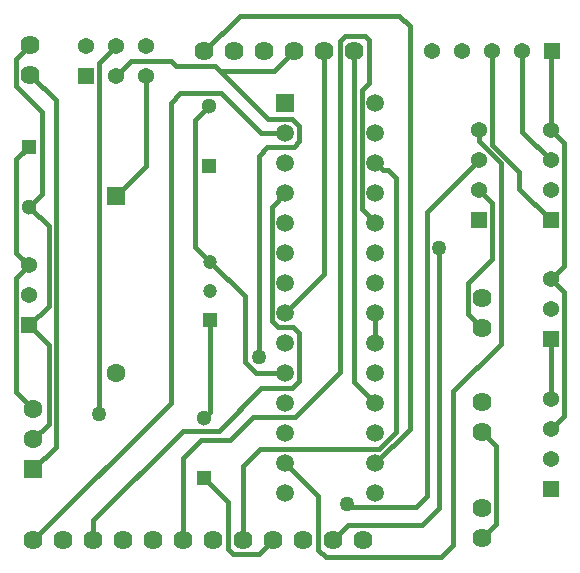
<source format=gtl>
G04*
G04 #@! TF.GenerationSoftware,Altium Limited,Altium Designer,22.9.1 (49)*
G04*
G04 Layer_Physical_Order=1*
G04 Layer_Color=255*
%FSLAX25Y25*%
%MOIN*%
G70*
G04*
G04 #@! TF.SameCoordinates,75241AAF-32B0-4302-B227-1967B964D7D5*
G04*
G04*
G04 #@! TF.FilePolarity,Positive*
G04*
G01*
G75*
%ADD31C,0.01500*%
%ADD32R,0.05394X0.05394*%
%ADD33C,0.05394*%
%ADD34R,0.05394X0.05394*%
%ADD35R,0.06299X0.06299*%
%ADD36C,0.06299*%
%ADD37R,0.05118X0.05118*%
%ADD38C,0.05118*%
%ADD39R,0.04724X0.04724*%
%ADD40C,0.04724*%
%ADD41C,0.05906*%
%ADD42R,0.05906X0.05906*%
%ADD43R,0.06299X0.06299*%
%ADD44C,0.06378*%
%ADD45C,0.05000*%
D31*
X199000Y182500D02*
X199500Y183000D01*
X199000Y156500D02*
Y182500D01*
X140500Y85500D02*
Y95500D01*
X199000Y67000D02*
Y87000D01*
Y57000D02*
X203300Y61300D01*
Y102700D01*
X199000Y107000D02*
X203300Y102700D01*
X25500Y175000D02*
X33900Y166600D01*
Y50900D02*
Y166600D01*
X26500Y43500D02*
X33900Y50900D01*
X25000Y131000D02*
X29200Y135200D01*
Y162700D01*
X20700Y171200D02*
X29200Y162700D01*
X20700Y171200D02*
Y180200D01*
X25500Y185000D01*
X20700Y107200D02*
X25000Y111500D01*
X20700Y69300D02*
Y107200D01*
Y69300D02*
X26500Y63500D01*
X25000Y91500D02*
X31547Y98047D01*
Y124453D01*
X25000Y131000D02*
X31547Y124453D01*
X83500Y40500D02*
X91500Y32500D01*
Y16800D02*
Y32500D01*
Y16800D02*
X93100Y15200D01*
X101700D01*
X106500Y20000D01*
X175000Y136500D02*
X179300Y132200D01*
Y113700D02*
Y132200D01*
X171200Y105600D02*
X179300Y113700D01*
X171200Y95300D02*
Y105600D01*
Y95300D02*
X176000Y90500D01*
X179500Y151700D02*
Y183000D01*
Y151700D02*
X188483Y142717D01*
Y137017D02*
Y142717D01*
Y137017D02*
X199000Y126500D01*
X85500Y112606D02*
X97000Y101106D01*
Y79200D02*
Y101106D01*
Y79200D02*
X100700Y75500D01*
X110500D01*
X83500Y183000D02*
X95200Y194700D01*
X148500D01*
X152000Y191200D01*
Y57000D02*
Y191200D01*
X140500Y45500D02*
X152000Y57000D01*
X102200Y155500D02*
X110500D01*
X88900Y168800D02*
X102200Y155500D01*
X75400Y168800D02*
X88900D01*
X72200Y165600D02*
X75400Y168800D01*
X72200Y65700D02*
Y165600D01*
X26500Y20000D02*
X72200Y65700D01*
X199000Y107000D02*
X203300Y111300D01*
Y152200D01*
X199000Y156500D02*
X203300Y152200D01*
X20800Y115700D02*
X25000Y111500D01*
X20800Y115700D02*
Y146800D01*
X25000Y151000D01*
X54000Y134528D02*
X64000Y144528D01*
Y174500D01*
X48300Y178800D02*
X54000Y184500D01*
X48300Y61800D02*
Y178800D01*
X87000Y177900D02*
X88600Y176300D01*
X106800D01*
X113500Y183000D01*
X101600Y80900D02*
Y148000D01*
X104500Y150900D01*
X113200D01*
X115100Y152800D01*
Y157800D01*
X112800Y160100D02*
X115100Y157800D01*
X104800Y160100D02*
X112800D01*
X74100Y177900D02*
X87000D01*
X72500Y179500D02*
X74100Y177900D01*
X59000Y179500D02*
X72500D01*
X54000Y174500D02*
X59000Y179500D01*
X133500Y72500D02*
X140500Y65500D01*
X133500Y72500D02*
Y183000D01*
X83500Y60500D02*
X85500Y62500D01*
Y93394D01*
X80400Y117706D02*
X85500Y112606D01*
X80400Y117706D02*
Y159900D01*
X85000Y164500D01*
X189500Y156000D02*
Y183000D01*
Y156000D02*
X199000Y146500D01*
X176000Y20500D02*
X180800Y25300D01*
Y51200D01*
X176000Y56000D02*
X180800Y51200D01*
X123500Y108500D02*
Y183000D01*
X110500Y95500D02*
X123500Y108500D01*
X25000Y91500D02*
X31600Y84900D01*
Y58600D02*
Y84900D01*
X26500Y53500D02*
X31600Y58600D01*
X110500Y45500D02*
X121500Y34500D01*
Y16700D02*
Y34500D01*
Y16700D02*
X124000Y14200D01*
X162400D01*
X166400Y18200D01*
Y69400D01*
X182200Y85200D01*
Y145700D01*
X175000Y152900D02*
X182200Y145700D01*
X175000Y152900D02*
Y156500D01*
X131000Y31900D02*
X132000Y30900D01*
X154100D01*
X157600Y34400D01*
Y129100D01*
X175000Y146500D01*
X105900Y130900D02*
X110500Y135500D01*
X105900Y93000D02*
Y130900D01*
Y93000D02*
X108000Y90900D01*
X113000D01*
X115100Y88800D01*
Y72800D02*
Y88800D01*
X112800Y70500D02*
X115100Y72800D01*
X102500Y70500D02*
X112800D01*
X88300Y56300D02*
X102500Y70500D01*
X76300Y56300D02*
X88300D01*
X46500Y26500D02*
X76300Y56300D01*
X46500Y20000D02*
Y26500D01*
X96500Y20000D02*
Y44700D01*
X102100Y50300D01*
X141800D01*
X147303Y55803D01*
Y140597D01*
X144800Y143100D02*
X147303Y140597D01*
X142900Y143100D02*
X144800D01*
X140500Y145500D02*
X142900Y143100D01*
X135900Y130100D02*
X140500Y125500D01*
X135900Y130100D02*
Y170000D01*
X138239Y172339D01*
Y186400D01*
X136900Y187739D02*
X138239Y186400D01*
X130400Y187739D02*
X136900D01*
X128761Y186100D02*
X130400Y187739D01*
X128761Y76061D02*
Y186100D01*
X113697Y60997D02*
X128761Y76061D01*
X99797Y60997D02*
X113697D01*
X92000Y53200D02*
X99797Y60997D01*
X82400Y53200D02*
X92000D01*
X76500Y47300D02*
X82400Y53200D01*
X76500Y20000D02*
Y47300D01*
X161700Y30700D02*
Y117300D01*
X156000Y25000D02*
X161700Y30700D01*
X131500Y25000D02*
X156000D01*
X126500Y20000D02*
X131500Y25000D01*
X88600Y176300D02*
X104800Y160100D01*
D32*
X44000Y174500D02*
D03*
X199500Y183000D02*
D03*
D33*
X44000Y184500D02*
D03*
X54000Y174500D02*
D03*
Y184500D02*
D03*
X64000Y174500D02*
D03*
Y184500D02*
D03*
X25000Y101500D02*
D03*
Y111500D02*
D03*
X199000Y136500D02*
D03*
Y146500D02*
D03*
Y156500D02*
D03*
X175000Y136500D02*
D03*
Y146500D02*
D03*
Y156500D02*
D03*
X199000Y97000D02*
D03*
Y107000D02*
D03*
Y47000D02*
D03*
Y57000D02*
D03*
Y67000D02*
D03*
X189500Y183000D02*
D03*
X179500D02*
D03*
X169500D02*
D03*
X159500D02*
D03*
D34*
X25000Y91500D02*
D03*
X199000Y126500D02*
D03*
X175000D02*
D03*
X199000Y87000D02*
D03*
Y37000D02*
D03*
D35*
X54000Y134528D02*
D03*
D36*
Y75472D02*
D03*
X26500Y63500D02*
D03*
Y53500D02*
D03*
D37*
X83500Y40500D02*
D03*
X85000Y144500D02*
D03*
X25000Y151000D02*
D03*
D38*
X83500Y60500D02*
D03*
X85000Y164500D02*
D03*
X25000Y131000D02*
D03*
D39*
X85500Y93394D02*
D03*
D40*
Y103000D02*
D03*
Y112606D02*
D03*
D41*
X140500Y35500D02*
D03*
Y45500D02*
D03*
Y55500D02*
D03*
Y65500D02*
D03*
Y75500D02*
D03*
Y85500D02*
D03*
Y95500D02*
D03*
Y105500D02*
D03*
Y115500D02*
D03*
Y125500D02*
D03*
Y135500D02*
D03*
Y145500D02*
D03*
Y155500D02*
D03*
Y165500D02*
D03*
X110500Y35500D02*
D03*
Y45500D02*
D03*
Y55500D02*
D03*
Y65500D02*
D03*
Y75500D02*
D03*
Y85500D02*
D03*
Y95500D02*
D03*
Y105500D02*
D03*
Y115500D02*
D03*
Y125500D02*
D03*
Y135500D02*
D03*
Y145500D02*
D03*
Y155500D02*
D03*
D42*
Y165500D02*
D03*
D43*
X26500Y43500D02*
D03*
D44*
X25500Y185000D02*
D03*
Y175000D02*
D03*
X83500Y183000D02*
D03*
X93500D02*
D03*
X103500D02*
D03*
X113500D02*
D03*
X123500D02*
D03*
X133500D02*
D03*
X176000Y56000D02*
D03*
Y66000D02*
D03*
Y20500D02*
D03*
Y30500D02*
D03*
X26500Y20000D02*
D03*
X36500D02*
D03*
X46500D02*
D03*
X56500D02*
D03*
X66500D02*
D03*
X76500D02*
D03*
X86500D02*
D03*
X96500D02*
D03*
X106500D02*
D03*
X116500D02*
D03*
X126500D02*
D03*
X136500D02*
D03*
X176000Y90500D02*
D03*
Y100500D02*
D03*
D45*
X48300Y61800D02*
D03*
X101600Y80900D02*
D03*
X131000Y31900D02*
D03*
X161700Y117300D02*
D03*
M02*

</source>
